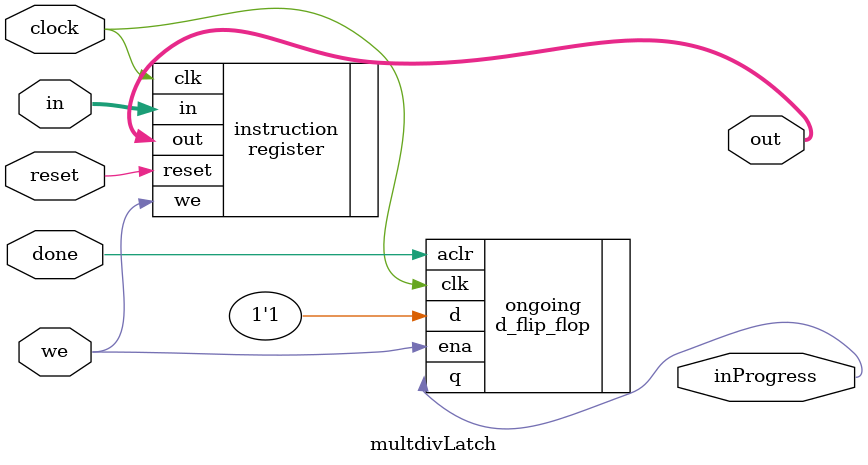
<source format=v>
module multdivLatch (in,we,done,clock,out,reset,inProgress);
input[31:0]in;
input we,clock,reset,done;
output [31:0]out;
output inProgress;

	register instruction (.in(in), .clk(clock),.we(we), .reset(reset),.out(out));
	d_flip_flop ongoing (.q(inProgress), .d(1'b1), .clk(clock), .ena(we), .aclr(done));

endmodule
</source>
